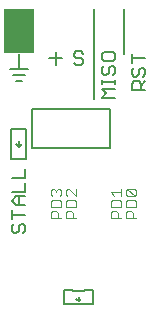
<source format=gto>
G75*
%MOIN*%
%OFA0B0*%
%FSLAX24Y24*%
%IPPOS*%
%LPD*%
%AMOC8*
5,1,8,0,0,1.08239X$1,22.5*
%
%ADD10C,0.0050*%
%ADD11C,0.0060*%
%ADD12R,0.1000X0.1500*%
%ADD13C,0.0080*%
%ADD14C,0.0040*%
D10*
X003972Y003150D02*
X004047Y003075D01*
X004122Y003075D01*
X004197Y003150D01*
X004197Y003300D01*
X004272Y003375D01*
X004347Y003375D01*
X004422Y003300D01*
X004422Y003150D01*
X004347Y003075D01*
X004047Y003375D02*
X003972Y003300D01*
X003972Y003150D01*
X003972Y003535D02*
X003972Y003836D01*
X003972Y003686D02*
X004422Y003686D01*
X004422Y003996D02*
X004122Y003996D01*
X003972Y004146D01*
X004122Y004296D01*
X004422Y004296D01*
X004422Y004456D02*
X004422Y004756D01*
X004422Y004917D02*
X004422Y005217D01*
X004422Y004917D02*
X003972Y004917D01*
X003972Y004456D02*
X004422Y004456D01*
X004197Y004296D02*
X004197Y003996D01*
X004197Y005950D02*
X004297Y006050D01*
X004197Y005950D02*
X004097Y006050D01*
X004197Y006150D02*
X004197Y005950D01*
X004657Y005900D02*
X004657Y007200D01*
X007237Y007200D01*
X007237Y005900D01*
X004657Y005900D01*
X006122Y008675D02*
X006047Y008750D01*
X006122Y008675D02*
X006272Y008675D01*
X006347Y008750D01*
X006347Y008825D01*
X006272Y008900D01*
X006122Y008900D01*
X006047Y008975D01*
X006047Y009050D01*
X006122Y009125D01*
X006272Y009125D01*
X006347Y009050D01*
X006972Y009028D02*
X006972Y008878D01*
X007047Y008803D01*
X007347Y008803D01*
X007422Y008878D01*
X007422Y009028D01*
X007347Y009103D01*
X007047Y009103D01*
X006972Y009028D01*
X007047Y008643D02*
X006972Y008568D01*
X006972Y008417D01*
X007047Y008342D01*
X007122Y008342D01*
X007197Y008417D01*
X007197Y008568D01*
X007272Y008643D01*
X007347Y008643D01*
X007422Y008568D01*
X007422Y008417D01*
X007347Y008342D01*
X007422Y008186D02*
X007422Y008035D01*
X007422Y008110D02*
X006972Y008110D01*
X006972Y008035D02*
X006972Y008186D01*
X006972Y007875D02*
X007422Y007875D01*
X007422Y007575D02*
X006972Y007575D01*
X007122Y007725D01*
X006972Y007875D01*
X007972Y007825D02*
X007972Y008050D01*
X008047Y008125D01*
X008197Y008125D01*
X008272Y008050D01*
X008272Y007825D01*
X008272Y007975D02*
X008422Y008125D01*
X008347Y008285D02*
X008422Y008360D01*
X008422Y008511D01*
X008347Y008586D01*
X008272Y008586D01*
X008197Y008511D01*
X008197Y008360D01*
X008122Y008285D01*
X008047Y008285D01*
X007972Y008360D01*
X007972Y008511D01*
X008047Y008586D01*
X007972Y008746D02*
X007972Y009046D01*
X007972Y008896D02*
X008422Y008896D01*
X008422Y007825D02*
X007972Y007825D01*
X006669Y001185D02*
X006433Y001185D01*
X006355Y001126D01*
X006040Y001126D01*
X005961Y001185D01*
X005725Y001185D01*
X005715Y001027D01*
X005715Y000713D01*
X006679Y000713D01*
X006679Y001027D01*
X006669Y001185D01*
X006276Y000870D02*
X006197Y000791D01*
X006118Y000870D01*
X006197Y000949D02*
X006197Y000791D01*
D11*
X005441Y008687D02*
X005441Y009114D01*
X005654Y008900D02*
X005227Y008900D01*
D12*
X004197Y009800D03*
D13*
X004197Y009050D02*
X004197Y008550D01*
X004497Y008550D01*
X004397Y008350D02*
X003997Y008350D01*
X003897Y008550D02*
X004197Y008550D01*
X004097Y008150D02*
X004297Y008150D01*
X004447Y006550D02*
X003947Y006550D01*
X003947Y005550D01*
X004447Y005550D01*
X004447Y006550D01*
X006697Y007550D02*
X006697Y010550D01*
X007697Y010550D02*
X007697Y009050D01*
D14*
X007627Y004547D02*
X007627Y004307D01*
X007627Y004427D02*
X007267Y004427D01*
X007387Y004307D01*
X007327Y004179D02*
X007267Y004118D01*
X007267Y003938D01*
X007627Y003938D01*
X007627Y004118D01*
X007567Y004179D01*
X007327Y004179D01*
X007327Y003810D02*
X007447Y003810D01*
X007507Y003750D01*
X007507Y003570D01*
X007627Y003570D02*
X007267Y003570D01*
X007267Y003750D01*
X007327Y003810D01*
X007767Y003750D02*
X007767Y003570D01*
X008127Y003570D01*
X008007Y003570D02*
X008007Y003750D01*
X007947Y003810D01*
X007827Y003810D01*
X007767Y003750D01*
X007767Y003938D02*
X007767Y004118D01*
X007827Y004179D01*
X008067Y004179D01*
X008127Y004118D01*
X008127Y003938D01*
X007767Y003938D01*
X007827Y004307D02*
X007767Y004367D01*
X007767Y004487D01*
X007827Y004547D01*
X008067Y004307D01*
X008127Y004367D01*
X008127Y004487D01*
X008067Y004547D01*
X007827Y004547D01*
X007827Y004307D02*
X008067Y004307D01*
X006127Y004307D02*
X005887Y004547D01*
X005827Y004547D01*
X005767Y004487D01*
X005767Y004367D01*
X005827Y004307D01*
X005827Y004179D02*
X005767Y004118D01*
X005767Y003938D01*
X006127Y003938D01*
X006127Y004118D01*
X006067Y004179D01*
X005827Y004179D01*
X005627Y004118D02*
X005627Y003938D01*
X005267Y003938D01*
X005267Y004118D01*
X005327Y004179D01*
X005567Y004179D01*
X005627Y004118D01*
X005567Y004307D02*
X005627Y004367D01*
X005627Y004487D01*
X005567Y004547D01*
X005507Y004547D01*
X005447Y004487D01*
X005447Y004427D01*
X005447Y004487D02*
X005387Y004547D01*
X005327Y004547D01*
X005267Y004487D01*
X005267Y004367D01*
X005327Y004307D01*
X005327Y003810D02*
X005447Y003810D01*
X005507Y003750D01*
X005507Y003570D01*
X005627Y003570D02*
X005267Y003570D01*
X005267Y003750D01*
X005327Y003810D01*
X005767Y003750D02*
X005767Y003570D01*
X006127Y003570D01*
X006007Y003570D02*
X006007Y003750D01*
X005947Y003810D01*
X005827Y003810D01*
X005767Y003750D01*
X006127Y004307D02*
X006127Y004547D01*
M02*

</source>
